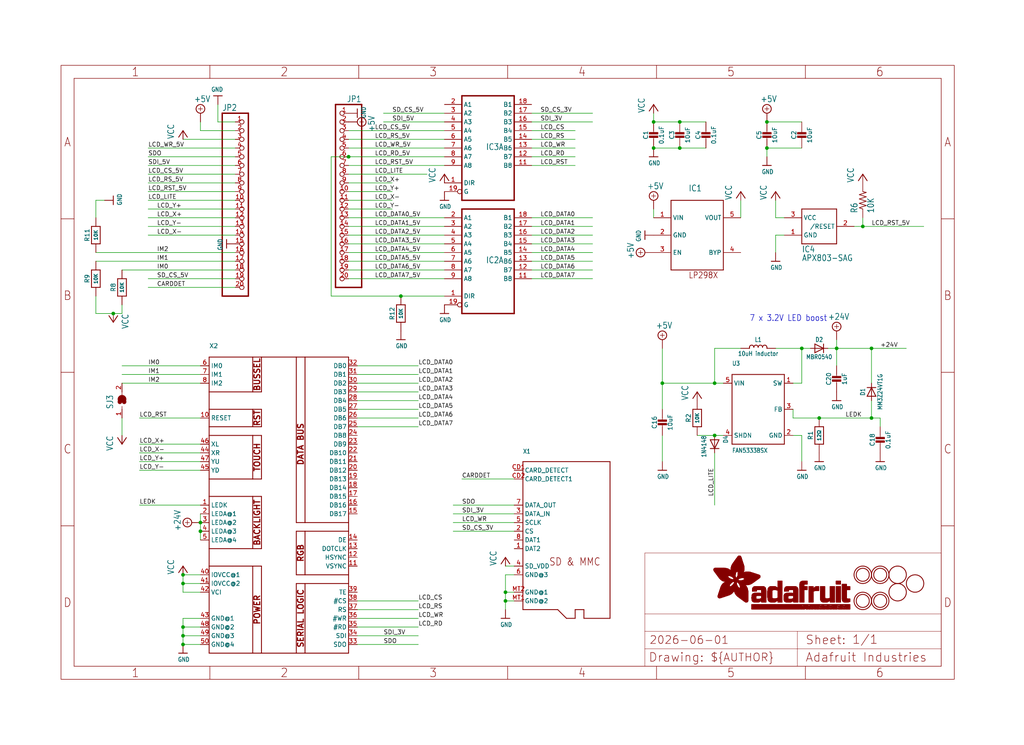
<source format=kicad_sch>
(kicad_sch (version 20230121) (generator eeschema)
  (paper "User" 298.45 217.322)
  (lib_symbols
    (symbol "working-eagle-import:+24V" (power)
      (property "Value" "+24V" (at -2.54 3.175 0))
      (symbol "+24V_1_0"
        (pin power_in line (at 0 -2.54 90) (length 2.54) (name "+24V") (number "1"))
      )
    )
    (symbol "working-eagle-import:+5V" (power)
      (property "Value" "+5V" (at -1.905 3.175 0))
      (symbol "+5V_1_0"
        (pin power_in line (at 0 -2.54 90) (length 2.54) (name "+5V") (number "1"))
      )
    )
    (symbol "working-eagle-import:74245DW"
      (property "Reference" "IC" (at -0.635 -0.635 0))
      (symbol "74245DW_1_0"
        (pin input line (at -12.7 -10.16 0) (length 5.08) (name "DIR") (number "1"))
        (pin bidirectional line (at 12.7 -5.08 180) (length 5.08) (name "B8") (number "11"))
        (pin bidirectional line (at 12.7 -2.54 180) (length 5.08) (name "B7") (number "12"))
        (pin bidirectional line (at 12.7 0 180) (length 5.08) (name "B6") (number "13"))
        (pin bidirectional line (at 12.7 2.54 180) (length 5.08) (name "B5") (number "14"))
        (pin bidirectional line (at 12.7 5.08 180) (length 5.08) (name "B4") (number "15"))
        (pin bidirectional line (at 12.7 7.62 180) (length 5.08) (name "B3") (number "16"))
        (pin bidirectional line (at 12.7 10.16 180) (length 5.08) (name "B2") (number "17"))
        (pin bidirectional line (at 12.7 12.7 180) (length 5.08) (name "B1") (number "18"))
        (pin input inverted (at -12.7 -12.7 0) (length 5.08) (name "G") (number "19"))
        (pin bidirectional line (at -12.7 12.7 0) (length 5.08) (name "A1") (number "2"))
        (pin bidirectional line (at -12.7 10.16 0) (length 5.08) (name "A2") (number "3"))
        (pin bidirectional line (at -12.7 7.62 0) (length 5.08) (name "A3") (number "4"))
        (pin bidirectional line (at -12.7 5.08 0) (length 5.08) (name "A4") (number "5"))
        (pin bidirectional line (at -12.7 2.54 0) (length 5.08) (name "A5") (number "6"))
        (pin bidirectional line (at -12.7 0 0) (length 5.08) (name "A6") (number "7"))
        (pin bidirectional line (at -12.7 -2.54 0) (length 5.08) (name "A7") (number "8"))
        (pin bidirectional line (at -12.7 -5.08 0) (length 5.08) (name "A8") (number "9"))
      )
      (symbol "74245DW_2_0"
        (text "GND" (at 1.905 -5.842 900) (effects (font (size 1.27 1.0795)) (justify left bottom)))
        (text "VCC" (at 1.905 2.54 900) (effects (font (size 1.27 1.0795)) (justify left bottom)))
        (pin power_in line (at 0 -7.62 90) (length 5.08) (name "GND") (number "10"))
        (pin power_in line (at 0 7.62 270) (length 5.08) (name "VCC") (number "20"))
      )
    )
    (symbol "working-eagle-import:AXP083-SAG"
      (property "Reference" "IC" (at -5.08 -7.62 0))
      (symbol "AXP083-SAG_1_0"
        (pin power_in line (at -10.16 -2.54 0) (length 5.08) (name "GND") (number "1"))
        (pin output line (at 10.16 0 180) (length 5.08) (name "/RESET") (number "2"))
        (pin power_in line (at -10.16 2.54 0) (length 5.08) (name "VCC") (number "3"))
      )
    )
    (symbol "working-eagle-import:CAP_CERAMIC0805-NOOUTLINE"
      (property "Reference" "C" (at -2.29 1.25 90))
      (symbol "CAP_CERAMIC0805-NOOUTLINE_1_0"
        (pin passive line (at 0 5.08 270) (length 2.54) (name "1") (number "1"))
        (pin passive line (at 0 -2.54 90) (length 2.54) (name "2") (number "2"))
      )
    )
    (symbol "working-eagle-import:CAP_CERAMIC_0805MP"
      (property "Reference" "C" (at -2.29 1.25 90))
      (symbol "CAP_CERAMIC_0805MP_1_0"
        (pin passive line (at 0 5.08 270) (length 2.54) (name "1") (number "1"))
        (pin passive line (at 0 -2.54 90) (length 2.54) (name "2") (number "2"))
      )
    )
    (symbol "working-eagle-import:DIODESMA"
      (property "Reference" "D" (at 0 2.54 0))
      (symbol "DIODESMA_1_0"
        (pin passive line (at -2.54 0 0) (length 2.54) (name "A") (number "A"))
        (pin passive line (at 2.54 0 180) (length 2.54) (name "C") (number "C"))
      )
    )
    (symbol "working-eagle-import:DIODESOD-123"
      (property "Reference" "D" (at 0 2.54 0))
      (symbol "DIODESOD-123_1_0"
        (pin passive line (at -2.54 0 0) (length 2.54) (name "A") (number "A"))
        (pin passive line (at 2.54 0 180) (length 2.54) (name "C") (number "C"))
      )
    )
    (symbol "working-eagle-import:DIODESOD-323F"
      (property "Reference" "D" (at -2.54 2.54 0))
      (symbol "DIODESOD-323F_1_0"
        (pin passive line (at -2.54 0 0) (length 2.54) (name "A") (number "A"))
        (pin passive line (at 2.54 0 180) (length 2.54) (name "C") (number "C"))
      )
    )
    (symbol "working-eagle-import:DISP_LCD_3.5IN_320X480_50PIN"
      (property "Reference" "X" (at -20.32 43.18 0))
      (symbol "DISP_LCD_3.5IN_320X480_50PIN_1_0"
        (text "BACKLIGHT" (at -6.35 -7.62 900) (effects (font (size 1.6764 1.6764) (thickness 0.3353) bold)))
        (text "BUSSEL" (at -6.35 35.56 900) (effects (font (size 1.6764 1.6764) (thickness 0.3353) bold)))
        (text "DATA BUS" (at 6.35 15.24 900) (effects (font (size 1.6764 1.6764) (thickness 0.3353) bold)))
        (text "POWER" (at -6.35 -33.02 900) (effects (font (size 1.6764 1.6764) (thickness 0.3353) bold)))
        (text "RGB" (at 6.35 -16.51 900) (effects (font (size 1.6764 1.6764) (thickness 0.3353) bold)))
        (text "RST" (at -6.35 22.86 900) (effects (font (size 1.6764 1.6764) (thickness 0.3353) bold)))
        (text "SERIAL LOGIC" (at 6.35 -35.56 900) (effects (font (size 1.6764 1.6764) (thickness 0.3353) bold)))
        (text "TOUCH" (at -6.35 11.43 900) (effects (font (size 1.6764 1.6764) (thickness 0.3353) bold)))
        (pin bidirectional line (at -22.86 -2.54 0) (length 2.54) (name "LEDK") (number "1"))
        (pin bidirectional line (at -22.86 22.86 0) (length 2.54) (name "RESET") (number "10"))
        (pin bidirectional line (at 22.86 -20.32 180) (length 2.54) (name "VSYNC") (number "11"))
        (pin bidirectional line (at 22.86 -17.78 180) (length 2.54) (name "HSYNC") (number "12"))
        (pin bidirectional line (at 22.86 -15.24 180) (length 2.54) (name "DOTCLK") (number "13"))
        (pin bidirectional line (at 22.86 -12.7 180) (length 2.54) (name "DE") (number "14"))
        (pin bidirectional line (at 22.86 -5.08 180) (length 2.54) (name "DB17") (number "15"))
        (pin bidirectional line (at 22.86 -2.54 180) (length 2.54) (name "DB16") (number "16"))
        (pin bidirectional line (at 22.86 0 180) (length 2.54) (name "DB15") (number "17"))
        (pin bidirectional line (at 22.86 2.54 180) (length 2.54) (name "DB14") (number "18"))
        (pin bidirectional line (at 22.86 5.08 180) (length 2.54) (name "DB13") (number "19"))
        (pin bidirectional line (at -22.86 -5.08 0) (length 2.54) (name "LEDA@1") (number "2"))
        (pin bidirectional line (at 22.86 7.62 180) (length 2.54) (name "DB12") (number "20"))
        (pin bidirectional line (at 22.86 10.16 180) (length 2.54) (name "DB11") (number "21"))
        (pin bidirectional line (at 22.86 12.7 180) (length 2.54) (name "DB10") (number "22"))
        (pin bidirectional line (at 22.86 15.24 180) (length 2.54) (name "DB9") (number "23"))
        (pin bidirectional line (at 22.86 17.78 180) (length 2.54) (name "DB8") (number "24"))
        (pin bidirectional line (at 22.86 20.32 180) (length 2.54) (name "DB7") (number "25"))
        (pin bidirectional line (at 22.86 22.86 180) (length 2.54) (name "DB6") (number "26"))
        (pin bidirectional line (at 22.86 25.4 180) (length 2.54) (name "DB5") (number "27"))
        (pin bidirectional line (at 22.86 27.94 180) (length 2.54) (name "DB4") (number "28"))
        (pin bidirectional line (at 22.86 30.48 180) (length 2.54) (name "DB3") (number "29"))
        (pin bidirectional line (at -22.86 -7.62 0) (length 2.54) (name "LEDA@2") (number "3"))
        (pin bidirectional line (at 22.86 33.02 180) (length 2.54) (name "DB2") (number "30"))
        (pin bidirectional line (at 22.86 35.56 180) (length 2.54) (name "DB1") (number "31"))
        (pin bidirectional line (at 22.86 38.1 180) (length 2.54) (name "DB0") (number "32"))
        (pin bidirectional line (at 22.86 -43.18 180) (length 2.54) (name "SDO") (number "33"))
        (pin bidirectional line (at 22.86 -40.64 180) (length 2.54) (name "SDI") (number "34"))
        (pin bidirectional line (at 22.86 -38.1 180) (length 2.54) (name "#RD") (number "35"))
        (pin bidirectional line (at 22.86 -35.56 180) (length 2.54) (name "#WR") (number "36"))
        (pin bidirectional line (at 22.86 -33.02 180) (length 2.54) (name "RS") (number "37"))
        (pin bidirectional line (at 22.86 -30.48 180) (length 2.54) (name "#CS") (number "38"))
        (pin bidirectional line (at 22.86 -27.94 180) (length 2.54) (name "TE") (number "39"))
        (pin bidirectional line (at -22.86 -10.16 0) (length 2.54) (name "LEDA@3") (number "4"))
        (pin bidirectional line (at -22.86 -22.86 0) (length 2.54) (name "IOVCC@1") (number "40"))
        (pin bidirectional line (at -22.86 -25.4 0) (length 2.54) (name "IOVCC@2") (number "41"))
        (pin bidirectional line (at -22.86 -27.94 0) (length 2.54) (name "VCI") (number "42"))
        (pin bidirectional line (at -22.86 -35.56 0) (length 2.54) (name "GND@1") (number "43"))
        (pin bidirectional line (at -22.86 12.7 0) (length 2.54) (name "XR") (number "44"))
        (pin bidirectional line (at -22.86 7.62 0) (length 2.54) (name "YD") (number "45"))
        (pin bidirectional line (at -22.86 15.24 0) (length 2.54) (name "XL") (number "46"))
        (pin bidirectional line (at -22.86 10.16 0) (length 2.54) (name "YU") (number "47"))
        (pin bidirectional line (at -22.86 -38.1 0) (length 2.54) (name "GND@2") (number "48"))
        (pin bidirectional line (at -22.86 -40.64 0) (length 2.54) (name "GND@3") (number "49"))
        (pin bidirectional line (at -22.86 -12.7 0) (length 2.54) (name "LEDA@4") (number "5"))
        (pin bidirectional line (at -22.86 -43.18 0) (length 2.54) (name "GND@4") (number "50"))
        (pin bidirectional line (at -22.86 38.1 0) (length 2.54) (name "IM0") (number "6"))
        (pin bidirectional line (at -22.86 35.56 0) (length 2.54) (name "IM1") (number "7"))
        (pin bidirectional line (at -22.86 33.02 0) (length 2.54) (name "IM2") (number "8"))
      )
    )
    (symbol "working-eagle-import:FAN5331"
      (property "Reference" "U" (at -7.62 12.7 0))
      (symbol "FAN5331_1_0"
        (pin bidirectional line (at 10.16 7.62 180) (length 2.54) (name "SW") (number "1"))
        (pin bidirectional line (at 10.16 -7.62 180) (length 2.54) (name "GND") (number "2"))
        (pin bidirectional line (at 10.16 0 180) (length 2.54) (name "FB") (number "3"))
        (pin bidirectional line (at -10.16 -7.62 0) (length 2.54) (name "SHDN") (number "4"))
        (pin bidirectional line (at -10.16 7.62 0) (length 2.54) (name "VIN") (number "5"))
      )
    )
    (symbol "working-eagle-import:FIDUCIAL")
    (symbol "working-eagle-import:FRAME_A4_ADAFRUIT"
      (symbol "FRAME_A4_ADAFRUIT_1_0"
        (text "${#}/${##}" (at 230.505 10.16 0) (effects (font (size 2.54 2.54)) (justify left bottom)))
        (text "${AUTHOR}" (at 189.23 5.08 0) (effects (font (size 2.286 2.286)) (justify left bottom)))
        (text "${CURRENT_DATE}" (at 171.45 10.16 0) (effects (font (size 2.286 2.286)) (justify left bottom)))
        (text "${PROJECTNAME}" (at 171.45 15.24 0) (effects (font (size 2.54 2.54)) (justify left bottom)))
        (text "1" (at 21.6958 1.905 0) (effects (font (size 2.54 2.286))))
        (text "1" (at 21.6958 177.165 0) (effects (font (size 2.54 2.286))))
        (text "2" (at 65.0875 1.905 0) (effects (font (size 2.54 2.286))))
        (text "2" (at 65.0875 177.165 0) (effects (font (size 2.54 2.286))))
        (text "3" (at 108.4792 1.905 0) (effects (font (size 2.54 2.286))))
        (text "3" (at 108.4792 177.165 0) (effects (font (size 2.54 2.286))))
        (text "4" (at 151.8708 1.905 0) (effects (font (size 2.54 2.286))))
        (text "4" (at 151.8708 177.165 0) (effects (font (size 2.54 2.286))))
        (text "5" (at 195.2625 1.905 0) (effects (font (size 2.54 2.286))))
        (text "5" (at 195.2625 177.165 0) (effects (font (size 2.54 2.286))))
        (text "6" (at 238.6542 1.905 0) (effects (font (size 2.54 2.286))))
        (text "6" (at 238.6542 177.165 0) (effects (font (size 2.54 2.286))))
        (text "A" (at 1.905 156.6863 0) (effects (font (size 2.54 2.286))))
        (text "A" (at 258.445 156.6863 0) (effects (font (size 2.54 2.286))))
        (text "Adafruit Industries" (at 216.916 4.953 0) (effects (font (size 2.54 2.54)) (justify left bottom)))
        (text "B" (at 1.905 111.9188 0) (effects (font (size 2.54 2.286))))
        (text "B" (at 258.445 111.9188 0) (effects (font (size 2.54 2.286))))
        (text "C" (at 1.905 67.1513 0) (effects (font (size 2.54 2.286))))
        (text "C" (at 258.445 67.1513 0) (effects (font (size 2.54 2.286))))
        (text "D" (at 1.905 22.3838 0) (effects (font (size 2.54 2.286))))
        (text "D" (at 258.445 22.3838 0) (effects (font (size 2.54 2.286))))
        (text "Drawing:" (at 171.196 4.953 0) (effects (font (size 2.54 2.54)) (justify left bottom)))
        (text "Sheet:" (at 216.916 10.033 0) (effects (font (size 2.54 2.54)) (justify left bottom)))
      )
    )
    (symbol "working-eagle-import:GND" (power)
      (property "Value" "GND" (at -1.524 -2.54 0))
      (symbol "GND_1_0"
        (pin power_in line (at 0 2.54 270) (length 2.54) (name "GND") (number "1"))
      )
    )
    (symbol "working-eagle-import:HEADER-1X20ROUND"
      (property "Reference" "JP" (at -6.35 26.035 0))
      (symbol "HEADER-1X20ROUND_1_0"
        (pin passive inverted (at -2.54 22.86 0) (length 2.54) (name "1") (number "1"))
        (pin passive inverted (at -2.54 0 0) (length 2.54) (name "10") (number "10"))
        (pin passive inverted (at -2.54 -2.54 0) (length 2.54) (name "11") (number "11"))
        (pin passive inverted (at -2.54 -5.08 0) (length 2.54) (name "12") (number "12"))
        (pin passive inverted (at -2.54 -7.62 0) (length 2.54) (name "13") (number "13"))
        (pin passive inverted (at -2.54 -10.16 0) (length 2.54) (name "14") (number "14"))
        (pin passive inverted (at -2.54 -12.7 0) (length 2.54) (name "15") (number "15"))
        (pin passive inverted (at -2.54 -15.24 0) (length 2.54) (name "16") (number "16"))
        (pin passive inverted (at -2.54 -17.78 0) (length 2.54) (name "17") (number "17"))
        (pin passive inverted (at -2.54 -20.32 0) (length 2.54) (name "18") (number "18"))
        (pin passive inverted (at -2.54 -22.86 0) (length 2.54) (name "19") (number "19"))
        (pin passive inverted (at -2.54 20.32 0) (length 2.54) (name "2") (number "2"))
        (pin passive inverted (at -2.54 -25.4 0) (length 2.54) (name "20") (number "20"))
        (pin passive inverted (at -2.54 17.78 0) (length 2.54) (name "3") (number "3"))
        (pin passive inverted (at -2.54 15.24 0) (length 2.54) (name "4") (number "4"))
        (pin passive inverted (at -2.54 12.7 0) (length 2.54) (name "5") (number "5"))
        (pin passive inverted (at -2.54 10.16 0) (length 2.54) (name "6") (number "6"))
        (pin passive inverted (at -2.54 7.62 0) (length 2.54) (name "7") (number "7"))
        (pin passive inverted (at -2.54 5.08 0) (length 2.54) (name "8") (number "8"))
        (pin passive inverted (at -2.54 2.54 0) (length 2.54) (name "9") (number "9"))
      )
    )
    (symbol "working-eagle-import:INDUCTORNR5040"
      (property "Reference" "L" (at 0 2.54 0))
      (symbol "INDUCTORNR5040_1_0"
        (pin passive line (at -5.08 0 0) (length 2.54) (name "1") (number "P$1"))
        (pin passive line (at 5.08 0 180) (length 2.54) (name "2") (number "P$2"))
      )
    )
    (symbol "working-eagle-import:LP298XS"
      (property "Reference" "IC" (at -12.7 -5.08 90))
      (symbol "LP298XS_1_0"
        (text "LP298X" (at 12.7 -5.08 900) (effects (font (size 1.778 1.5113)) (justify left bottom)))
        (pin bidirectional line (at -5.08 -15.24 90) (length 5.08) (name "VIN") (number "1"))
        (pin bidirectional line (at 0 -15.24 90) (length 5.08) (name "GND") (number "2"))
        (pin bidirectional line (at 5.08 -15.24 90) (length 5.08) (name "EN") (number "3"))
        (pin bidirectional line (at 5.08 10.16 270) (length 5.08) (name "BYP") (number "4"))
        (pin bidirectional line (at -5.08 10.16 270) (length 5.08) (name "VOUT") (number "5"))
      )
    )
    (symbol "working-eagle-import:MICROSD"
      (property "Reference" "X" (at -12.7 22.606 0))
      (symbol "MICROSD_1_0"
        (text "SD & MMC" (at -5.08 -10.16 0) (effects (font (size 2.1844 1.8567)) (justify left bottom)))
        (pin bidirectional line (at -15.24 -5.08 0) (length 2.54) (name "DAT2") (number "1"))
        (pin input line (at -15.24 0 0) (length 2.54) (name "CS") (number "2"))
        (pin input line (at -15.24 5.08 0) (length 2.54) (name "DATA_IN") (number "3"))
        (pin power_in line (at -15.24 -10.16 0) (length 2.54) (name "SD_VDD") (number "4"))
        (pin input line (at -15.24 2.54 0) (length 2.54) (name "SCLK") (number "5"))
        (pin power_in line (at -15.24 -12.7 0) (length 2.54) (name "GND@3") (number "6"))
        (pin output line (at -15.24 7.62 0) (length 2.54) (name "DATA_OUT") (number "7"))
        (pin bidirectional line (at -15.24 -2.54 0) (length 2.54) (name "DAT1") (number "8"))
        (pin passive line (at -15.24 17.78 0) (length 2.54) (name "CARD_DETECT") (number "CD1"))
        (pin passive line (at -15.24 15.24 0) (length 2.54) (name "CARD_DETECT1") (number "CD2"))
        (pin power_in line (at -15.24 -20.32 0) (length 2.54) (name "GND@2") (number "MT1"))
        (pin power_in line (at -15.24 -17.78 0) (length 2.54) (name "GND@1") (number "MT2"))
      )
    )
    (symbol "working-eagle-import:MOUNTINGHOLE3.0THIN")
    (symbol "working-eagle-import:R-US_R0805"
      (property "Reference" "R" (at -3.81 1.4986 0))
      (symbol "R-US_R0805_1_0"
        (pin passive line (at -5.08 0 0) (length 2.54) (name "1") (number "1"))
        (pin passive line (at 5.08 0 180) (length 2.54) (name "2") (number "2"))
      )
    )
    (symbol "working-eagle-import:RESISTOR0805_NOOUTLINE"
      (property "Reference" "R" (at 0 2.54 0))
      (symbol "RESISTOR0805_NOOUTLINE_1_0"
        (pin passive line (at -5.08 0 0) (length 2.54) (name "1") (number "1"))
        (pin passive line (at 5.08 0 180) (length 2.54) (name "2") (number "2"))
      )
    )
    (symbol "working-eagle-import:RESISTOR_0805MP"
      (property "Reference" "R" (at 0 2.54 0))
      (symbol "RESISTOR_0805MP_1_0"
        (pin passive line (at -5.08 0 0) (length 2.54) (name "1") (number "1"))
        (pin passive line (at 5.08 0 180) (length 2.54) (name "2") (number "2"))
      )
    )
    (symbol "working-eagle-import:SOLDERJUMPER"
      (property "Reference" "SJ" (at -2.54 2.54 0))
      (symbol "SOLDERJUMPER_1_0"
        (pin passive line (at -5.08 0 0) (length 2.54) (name "1") (number "1"))
        (pin passive line (at 5.08 0 180) (length 2.54) (name "2") (number "2"))
      )
    )
    (symbol "working-eagle-import:VCC" (power)
      (property "Value" "VCC" (at -2.54 -2.54 90))
      (symbol "VCC_1_0"
        (pin power_in line (at 0 -2.54 90) (length 2.54) (name "VCC") (number "1"))
      )
    )
  )
  (junction (at 101.6 45.72))
  (junction (at 254 101.6))
  (junction (at 223.52 35.56))
  (junction (at 198.12 43.18))
  (junction (at 193.04 111.76))
  (junction (at 147.32 172.72))
  (junction (at 33.02 91.44))
  (junction (at 190.5 43.18))
  (junction (at 243.84 101.6))
  (junction (at 251.46 66.04))
  (junction (at 198.12 35.56))
  (junction (at 238.76 121.92))
  (junction (at 208.28 127))
  (junction (at 53.34 170.18))
  (junction (at 53.34 187.96))
  (junction (at 254 121.92))
  (junction (at 208.28 111.76))
  (junction (at 53.34 185.42))
  (junction (at 53.34 167.64))
  (junction (at 147.32 175.26))
  (junction (at 53.34 182.88))
  (junction (at 233.68 101.6))
  (junction (at 116.84 86.36))
  (junction (at 190.5 35.56))
  (junction (at 58.42 152.4))
  (junction (at 223.52 43.18))
  (junction (at 58.42 154.94))
  (wire (pts (xy 53.34 167.64) (xy 53.34 170.18)) (stroke (width 0.1524)))
  (wire (pts (xy 63.5 35.56) (xy 63.5 30.48)) (stroke (width 0.1524)))
  (wire (pts (xy 193.04 111.76) (xy 193.04 119.38)) (stroke (width 0.1524)))
  (wire (pts (xy 256.54 121.92) (xy 256.54 124.46)) (stroke (width 0.1524)))
  (wire (pts (xy 243.84 106.68) (xy 243.84 101.6)) (stroke (width 0.1524)))
  (wire (pts (xy 149.86 165.1) (xy 147.32 165.1)) (stroke (width 0.1524)))
  (wire (pts (xy 149.86 139.7) (xy 134.62 139.7)) (stroke (width 0.1524)))
  (wire (pts (xy 226.06 68.58) (xy 228.6 68.58)) (stroke (width 0.1524)))
  (wire (pts (xy 226.06 101.6) (xy 233.68 101.6)) (stroke (width 0.1524)))
  (wire (pts (xy 68.58 60.96) (xy 43.18 60.96)) (stroke (width 0.1524)))
  (wire (pts (xy 68.58 63.5) (xy 43.18 63.5)) (stroke (width 0.1524)))
  (wire (pts (xy 154.94 33.02) (xy 172.72 33.02)) (stroke (width 0.1524)))
  (wire (pts (xy 193.04 111.76) (xy 193.04 101.6)) (stroke (width 0.1524)))
  (wire (pts (xy 101.6 45.72) (xy 96.52 45.72)) (stroke (width 0.1524)))
  (wire (pts (xy 53.34 182.88) (xy 53.34 185.42)) (stroke (width 0.1524)))
  (wire (pts (xy 198.12 35.56) (xy 190.5 35.56)) (stroke (width 0.1524)))
  (wire (pts (xy 58.42 182.88) (xy 53.34 182.88)) (stroke (width 0.1524)))
  (wire (pts (xy 154.94 48.26) (xy 167.64 48.26)) (stroke (width 0.1524)))
  (wire (pts (xy 243.84 99.06) (xy 243.84 101.6)) (stroke (width 0.1524)))
  (wire (pts (xy 172.72 63.5) (xy 154.94 63.5)) (stroke (width 0.1524)))
  (wire (pts (xy 104.14 121.92) (xy 121.92 121.92)) (stroke (width 0.1524)))
  (wire (pts (xy 154.94 38.1) (xy 167.64 38.1)) (stroke (width 0.1524)))
  (wire (pts (xy 172.72 76.2) (xy 154.94 76.2)) (stroke (width 0.1524)))
  (wire (pts (xy 104.14 180.34) (xy 121.92 180.34)) (stroke (width 0.1524)))
  (wire (pts (xy 58.42 106.68) (xy 35.56 106.68)) (stroke (width 0.1524)))
  (wire (pts (xy 210.82 111.76) (xy 208.28 111.76)) (stroke (width 0.1524)))
  (wire (pts (xy 101.6 60.96) (xy 114.3 60.96)) (stroke (width 0.1524)))
  (wire (pts (xy 208.28 111.76) (xy 208.28 101.6)) (stroke (width 0.1524)))
  (wire (pts (xy 27.94 91.44) (xy 33.02 91.44)) (stroke (width 0.1524)))
  (wire (pts (xy 254 111.76) (xy 254 101.6)) (stroke (width 0.1524)))
  (wire (pts (xy 248.92 66.04) (xy 251.46 66.04)) (stroke (width 0.1524)))
  (wire (pts (xy 53.34 180.34) (xy 53.34 182.88)) (stroke (width 0.1524)))
  (wire (pts (xy 149.86 149.86) (xy 132.08 149.86)) (stroke (width 0.1524)))
  (wire (pts (xy 27.94 76.2) (xy 68.58 76.2)) (stroke (width 0.1524)))
  (wire (pts (xy 231.14 127) (xy 233.68 127)) (stroke (width 0.1524)))
  (wire (pts (xy 101.6 45.72) (xy 129.54 45.72)) (stroke (width 0.1524)))
  (wire (pts (xy 68.58 83.82) (xy 43.18 83.82)) (stroke (width 0.1524)))
  (wire (pts (xy 190.5 33.02) (xy 190.5 35.56)) (stroke (width 0.1524)))
  (wire (pts (xy 129.54 35.56) (xy 111.76 35.56)) (stroke (width 0.1524)))
  (wire (pts (xy 35.56 91.44) (xy 35.56 88.9)) (stroke (width 0.1524)))
  (wire (pts (xy 233.68 111.76) (xy 231.14 111.76)) (stroke (width 0.1524)))
  (wire (pts (xy 104.14 111.76) (xy 121.92 111.76)) (stroke (width 0.1524)))
  (wire (pts (xy 223.52 35.56) (xy 233.68 35.56)) (stroke (width 0.1524)))
  (wire (pts (xy 58.42 172.72) (xy 53.34 172.72)) (stroke (width 0.1524)))
  (wire (pts (xy 172.72 73.66) (xy 154.94 73.66)) (stroke (width 0.1524)))
  (wire (pts (xy 147.32 172.72) (xy 149.86 172.72)) (stroke (width 0.1524)))
  (wire (pts (xy 147.32 175.26) (xy 147.32 172.72)) (stroke (width 0.1524)))
  (wire (pts (xy 96.52 86.36) (xy 96.52 45.72)) (stroke (width 0.1524)))
  (wire (pts (xy 154.94 35.56) (xy 172.72 35.56)) (stroke (width 0.1524)))
  (wire (pts (xy 198.12 35.56) (xy 205.74 35.56)) (stroke (width 0.1524)))
  (wire (pts (xy 101.6 58.42) (xy 114.3 58.42)) (stroke (width 0.1524)))
  (wire (pts (xy 238.76 121.92) (xy 254 121.92)) (stroke (width 0.1524)))
  (wire (pts (xy 53.34 187.96) (xy 58.42 187.96)) (stroke (width 0.1524)))
  (wire (pts (xy 104.14 124.46) (xy 121.92 124.46)) (stroke (width 0.1524)))
  (wire (pts (xy 233.68 101.6) (xy 236.22 101.6)) (stroke (width 0.1524)))
  (wire (pts (xy 101.6 53.34) (xy 114.3 53.34)) (stroke (width 0.1524)))
  (wire (pts (xy 129.54 81.28) (xy 101.6 81.28)) (stroke (width 0.1524)))
  (wire (pts (xy 254 116.84) (xy 254 121.92)) (stroke (width 0.1524)))
  (wire (pts (xy 104.14 114.3) (xy 121.92 114.3)) (stroke (width 0.1524)))
  (wire (pts (xy 58.42 111.76) (xy 35.56 111.76)) (stroke (width 0.1524)))
  (wire (pts (xy 147.32 175.26) (xy 147.32 177.8)) (stroke (width 0.1524)))
  (wire (pts (xy 132.08 147.32) (xy 149.86 147.32)) (stroke (width 0.1524)))
  (wire (pts (xy 68.58 35.56) (xy 63.5 35.56)) (stroke (width 0.1524)))
  (wire (pts (xy 116.84 86.36) (xy 96.52 86.36)) (stroke (width 0.1524)))
  (wire (pts (xy 101.6 50.8) (xy 124.46 50.8)) (stroke (width 0.1524)))
  (wire (pts (xy 129.54 71.12) (xy 101.6 71.12)) (stroke (width 0.1524)))
  (wire (pts (xy 27.94 58.42) (xy 27.94 63.5)) (stroke (width 0.1524)))
  (wire (pts (xy 223.52 43.18) (xy 233.68 43.18)) (stroke (width 0.1524)))
  (wire (pts (xy 104.14 106.68) (xy 121.92 106.68)) (stroke (width 0.1524)))
  (wire (pts (xy 104.14 177.8) (xy 121.92 177.8)) (stroke (width 0.1524)))
  (wire (pts (xy 104.14 182.88) (xy 121.92 182.88)) (stroke (width 0.1524)))
  (wire (pts (xy 30.48 58.42) (xy 27.94 58.42)) (stroke (width 0.1524)))
  (wire (pts (xy 27.94 86.36) (xy 27.94 91.44)) (stroke (width 0.1524)))
  (wire (pts (xy 233.68 127) (xy 233.68 134.62)) (stroke (width 0.1524)))
  (wire (pts (xy 68.58 66.04) (xy 43.18 66.04)) (stroke (width 0.1524)))
  (wire (pts (xy 129.54 68.58) (xy 101.6 68.58)) (stroke (width 0.1524)))
  (wire (pts (xy 68.58 78.74) (xy 35.56 78.74)) (stroke (width 0.1524)))
  (wire (pts (xy 68.58 53.34) (xy 43.18 53.34)) (stroke (width 0.1524)))
  (wire (pts (xy 223.52 45.72) (xy 223.52 43.18)) (stroke (width 0.1524)))
  (wire (pts (xy 172.72 78.74) (xy 154.94 78.74)) (stroke (width 0.1524)))
  (wire (pts (xy 27.94 73.66) (xy 68.58 73.66)) (stroke (width 0.1524)))
  (wire (pts (xy 33.02 91.44) (xy 35.56 91.44)) (stroke (width 0.1524)))
  (wire (pts (xy 154.94 45.72) (xy 167.64 45.72)) (stroke (width 0.1524)))
  (wire (pts (xy 40.64 121.92) (xy 58.42 121.92)) (stroke (width 0.1524)))
  (wire (pts (xy 43.18 55.88) (xy 68.58 55.88)) (stroke (width 0.1524)))
  (wire (pts (xy 243.84 101.6) (xy 254 101.6)) (stroke (width 0.1524)))
  (wire (pts (xy 208.28 132.08) (xy 208.28 147.32)) (stroke (width 0.1524)))
  (wire (pts (xy 208.28 101.6) (xy 215.9 101.6)) (stroke (width 0.1524)))
  (wire (pts (xy 129.54 66.04) (xy 101.6 66.04)) (stroke (width 0.1524)))
  (wire (pts (xy 53.34 172.72) (xy 53.34 170.18)) (stroke (width 0.1524)))
  (wire (pts (xy 233.68 101.6) (xy 233.68 111.76)) (stroke (width 0.1524)))
  (wire (pts (xy 68.58 43.18) (xy 43.18 43.18)) (stroke (width 0.1524)))
  (wire (pts (xy 111.76 33.02) (xy 129.54 33.02)) (stroke (width 0.1524)))
  (wire (pts (xy 149.86 167.64) (xy 147.32 167.64)) (stroke (width 0.1524)))
  (wire (pts (xy 205.74 43.18) (xy 198.12 43.18)) (stroke (width 0.1524)))
  (wire (pts (xy 129.54 76.2) (xy 101.6 76.2)) (stroke (width 0.1524)))
  (wire (pts (xy 251.46 66.04) (xy 269.24 66.04)) (stroke (width 0.1524)))
  (wire (pts (xy 43.18 50.8) (xy 68.58 50.8)) (stroke (width 0.1524)))
  (wire (pts (xy 172.72 66.04) (xy 154.94 66.04)) (stroke (width 0.1524)))
  (wire (pts (xy 101.6 48.26) (xy 129.54 48.26)) (stroke (width 0.1524)))
  (wire (pts (xy 101.6 43.18) (xy 129.54 43.18)) (stroke (width 0.1524)))
  (wire (pts (xy 104.14 187.96) (xy 121.92 187.96)) (stroke (width 0.1524)))
  (wire (pts (xy 58.42 152.4) (xy 58.42 154.94)) (stroke (width 0.1524)))
  (wire (pts (xy 58.42 180.34) (xy 53.34 180.34)) (stroke (width 0.1524)))
  (wire (pts (xy 104.14 119.38) (xy 121.92 119.38)) (stroke (width 0.1524)))
  (wire (pts (xy 101.6 55.88) (xy 114.3 55.88)) (stroke (width 0.1524)))
  (wire (pts (xy 226.06 63.5) (xy 226.06 58.42)) (stroke (width 0.1524)))
  (wire (pts (xy 58.42 38.1) (xy 58.42 35.56)) (stroke (width 0.1524)))
  (wire (pts (xy 251.46 63.5) (xy 251.46 66.04)) (stroke (width 0.1524)))
  (wire (pts (xy 129.54 63.5) (xy 101.6 63.5)) (stroke (width 0.1524)))
  (wire (pts (xy 58.42 132.08) (xy 40.64 132.08)) (stroke (width 0.1524)))
  (wire (pts (xy 147.32 167.64) (xy 147.32 172.72)) (stroke (width 0.1524)))
  (wire (pts (xy 231.14 119.38) (xy 231.14 121.92)) (stroke (width 0.1524)))
  (wire (pts (xy 104.14 109.22) (xy 121.92 109.22)) (stroke (width 0.1524)))
  (wire (pts (xy 104.14 175.26) (xy 121.92 175.26)) (stroke (width 0.1524)))
  (wire (pts (xy 35.56 127) (xy 35.56 121.92)) (stroke (width 0.1524)))
  (wire (pts (xy 172.72 68.58) (xy 154.94 68.58)) (stroke (width 0.1524)))
  (wire (pts (xy 254 101.6) (xy 264.16 101.6)) (stroke (width 0.1524)))
  (wire (pts (xy 68.58 58.42) (xy 43.18 58.42)) (stroke (width 0.1524)))
  (wire (pts (xy 58.42 167.64) (xy 53.34 167.64)) (stroke (width 0.1524)))
  (wire (pts (xy 241.3 101.6) (xy 243.84 101.6)) (stroke (width 0.1524)))
  (wire (pts (xy 226.06 73.66) (xy 226.06 68.58)) (stroke (width 0.1524)))
  (wire (pts (xy 154.94 43.18) (xy 167.64 43.18)) (stroke (width 0.1524)))
  (wire (pts (xy 132.08 154.94) (xy 149.86 154.94)) (stroke (width 0.1524)))
  (wire (pts (xy 104.14 116.84) (xy 121.92 116.84)) (stroke (width 0.1524)))
  (wire (pts (xy 129.54 73.66) (xy 101.6 73.66)) (stroke (width 0.1524)))
  (wire (pts (xy 254 121.92) (xy 256.54 121.92)) (stroke (width 0.1524)))
  (wire (pts (xy 215.9 58.42) (xy 215.9 63.5)) (stroke (width 0.1524)))
  (wire (pts (xy 149.86 152.4) (xy 132.08 152.4)) (stroke (width 0.1524)))
  (wire (pts (xy 58.42 129.54) (xy 40.64 129.54)) (stroke (width 0.1524)))
  (wire (pts (xy 193.04 127) (xy 193.04 134.62)) (stroke (width 0.1524)))
  (wire (pts (xy 53.34 170.18) (xy 58.42 170.18)) (stroke (width 0.1524)))
  (wire (pts (xy 43.18 81.28) (xy 68.58 81.28)) (stroke (width 0.1524)))
  (wire (pts (xy 129.54 86.36) (xy 116.84 86.36)) (stroke (width 0.1524)))
  (wire (pts (xy 101.6 40.64) (xy 129.54 40.64)) (stroke (width 0.1524)))
  (wire (pts (xy 172.72 81.28) (xy 154.94 81.28)) (stroke (width 0.1524)))
  (wire (pts (xy 68.58 68.58) (xy 43.18 68.58)) (stroke (width 0.1524)))
  (wire (pts (xy 68.58 38.1) (xy 58.42 38.1)) (stroke (width 0.1524)))
  (wire (pts (xy 208.28 127) (xy 203.2 127)) (stroke (width 0.1524)))
  (wire (pts (xy 58.42 137.16) (xy 40.64 137.16)) (stroke (width 0.1524)))
  (wire (pts (xy 172.72 71.12) (xy 154.94 71.12)) (stroke (width 0.1524)))
  (wire (pts (xy 129.54 78.74) (xy 101.6 78.74)) (stroke (width 0.1524)))
  (wire (pts (xy 58.42 149.86) (xy 58.42 152.4)) (stroke (width 0.1524)))
  (wire (pts (xy 149.86 175.26) (xy 147.32 175.26)) (stroke (width 0.1524)))
  (wire (pts (xy 58.42 154.94) (xy 58.42 157.48)) (stroke (width 0.1524)))
  (wire (pts (xy 58.42 134.62) (xy 40.64 134.62)) (stroke (width 0.1524)))
  (wire (pts (xy 68.58 48.26) (xy 43.18 48.26)) (stroke (width 0.1524)))
  (wire (pts (xy 53.34 185.42) (xy 58.42 185.42)) (stroke (width 0.1524)))
  (wire (pts (xy 35.56 109.22) (xy 58.42 109.22)) (stroke (width 0.1524)))
  (wire (pts (xy 53.34 40.64) (xy 68.58 40.64)) (stroke (width 0.1524)))
  (wire (pts (xy 231.14 121.92) (xy 238.76 121.92)) (stroke (width 0.1524)))
  (wire (pts (xy 208.28 111.76) (xy 193.04 111.76)) (stroke (width 0.1524)))
  (wire (pts (xy 53.34 185.42) (xy 53.34 187.96)) (stroke (width 0.1524)))
  (wire (pts (xy 190.5 60.96) (xy 190.5 63.5)) (stroke (width 0.1524)))
  (wire (pts (xy 210.82 127) (xy 208.28 127)) (stroke (width 0.1524)))
  (wire (pts (xy 190.5 43.18) (xy 198.12 43.18)) (stroke (width 0.1524)))
  (wire (pts (xy 228.6 63.5) (xy 226.06 63.5)) (stroke (width 0.1524)))
  (wire (pts (xy 104.14 185.42) (xy 121.92 185.42)) (stroke (width 0.1524)))
  (wire (pts (xy 101.6 38.1) (xy 129.54 38.1)) (stroke (width 0.1524)))
  (wire (pts (xy 154.94 40.64) (xy 167.64 40.64)) (stroke (width 0.1524)))
  (wire (pts (xy 58.42 147.32) (xy 40.64 147.32)) (stroke (width 0.1524)))
  (wire (pts (xy 43.18 45.72) (xy 68.58 45.72)) (stroke (width 0.1524)))
  (text "7 x 3.2V LED boost" (at 218.44 93.98 0) (effects (font (size 1.778 1.5113)) (justify left bottom)))
  (label "LCD_RST" (at 40.64 121.92 0) (effects (font (size 1.2446 1.2446))))
  (label "LCD_X+" (at 45.72 63.5 0) (effects (font (size 1.2446 1.2446))))
  (label "LCD_DATA3_5V" (at 109.22 71.12 0) (effects (font (size 1.2446 1.2446))))
  (label "LCD_DATA4" (at 157.48 73.66 0) (effects (font (size 1.2446 1.2446))))
  (label "SDO" (at 111.76 187.96 0) (effects (font (size 1.2446 1.2446))))
  (label "IM1" (at 45.72 76.2 0) (effects (font (size 1.2446 1.2446))))
  (label "LCD_CS_5V" (at 109.22 38.1 0) (effects (font (size 1.2446 1.2446))))
  (label "LCD_RST" (at 157.48 48.26 0) (effects (font (size 1.2446 1.2446))))
  (label "LCD_DATA5" (at 121.92 119.38 0) (effects (font (size 1.2446 1.2446))))
  (label "LEDK" (at 246.38 121.92 0) (effects (font (size 1.2446 1.2446))))
  (label "SDI_3V" (at 111.76 185.42 0) (effects (font (size 1.2446 1.2446))))
  (label "LCD_DATA0" (at 157.48 63.5 0) (effects (font (size 1.2446 1.2446))))
  (label "LCD_DATA3" (at 121.92 114.3 0) (effects (font (size 1.2446 1.2446))))
  (label "SDI_5V" (at 114.3 35.56 0) (effects (font (size 1.2446 1.2446))))
  (label "LCD_DATA4_5V" (at 109.22 73.66 0) (effects (font (size 1.2446 1.2446))))
  (label "LCD_Y-" (at 109.22 60.96 0) (effects (font (size 1.2446 1.2446))))
  (label "LCD_Y-" (at 40.64 137.16 0) (effects (font (size 1.2446 1.2446))))
  (label "LCD_DATA1" (at 121.92 109.22 0) (effects (font (size 1.2446 1.2446))))
  (label "IM2" (at 43.18 111.76 0) (effects (font (size 1.2446 1.2446))))
  (label "LCD_RST_5V" (at 109.22 48.26 0) (effects (font (size 1.2446 1.2446))))
  (label "IM2" (at 45.72 73.66 0) (effects (font (size 1.2446 1.2446))))
  (label "CARDDET" (at 134.62 139.7 0) (effects (font (size 1.2446 1.2446))))
  (label "LCD_DATA1" (at 157.48 66.04 0) (effects (font (size 1.2446 1.2446))))
  (label "IM0" (at 45.72 78.74 0) (effects (font (size 1.2446 1.2446))))
  (label "+24V" (at 256.54 101.6 0) (effects (font (size 1.2446 1.2446))))
  (label "LCD_X-" (at 45.72 68.58 0) (effects (font (size 1.2446 1.2446))))
  (label "IM1" (at 43.18 109.22 0) (effects (font (size 1.2446 1.2446))))
  (label "LCD_WR_5V" (at 43.18 43.18 0) (effects (font (size 1.2446 1.2446))))
  (label "LCD_LITE" (at 208.28 144.78 90) (effects (font (size 1.2446 1.2446))))
  (label "LCD_X+" (at 109.22 53.34 0) (effects (font (size 1.2446 1.2446))))
  (label "LCD_Y+" (at 109.22 55.88 0) (effects (font (size 1.2446 1.2446))))
  (label "LCD_DATA7" (at 157.48 81.28 0) (effects (font (size 1.2446 1.2446))))
  (label "LCD_LITE" (at 43.18 58.42 0) (effects (font (size 1.2446 1.2446))))
  (label "LCD_DATA2" (at 157.48 68.58 0) (effects (font (size 1.2446 1.2446))))
  (label "IM0" (at 43.18 106.68 0) (effects (font (size 1.2446 1.2446))))
  (label "LCD_X-" (at 40.64 132.08 0) (effects (font (size 1.2446 1.2446))))
  (label "LCD_DATA6_5V" (at 109.22 78.74 0) (effects (font (size 1.2446 1.2446))))
  (label "LCD_Y-" (at 45.72 66.04 0) (effects (font (size 1.2446 1.2446))))
  (label "LCD_RST_5V" (at 43.18 55.88 0) (effects (font (size 1.2446 1.2446))))
  (label "SDO" (at 134.62 147.32 0) (effects (font (size 1.2446 1.2446))))
  (label "LCD_RS_5V" (at 43.18 53.34 0) (effects (font (size 1.2446 1.2446))))
  (label "LCD_CS" (at 121.92 175.26 0) (effects (font (size 1.2446 1.2446))))
  (label "LCD_X-" (at 109.22 58.42 0) (effects (font (size 1.2446 1.2446))))
  (label "LCD_DATA0" (at 121.92 106.68 0) (effects (font (size 1.2446 1.2446))))
  (label "LCD_CS_5V" (at 43.18 50.8 0) (effects (font (size 1.2446 1.2446))))
  (label "LCD_WR" (at 157.48 43.18 0) (effects (font (size 1.2446 1.2446))))
  (label "SDI_3V" (at 134.62 149.86 0) (effects (font (size 1.2446 1.2446))))
  (label "LCD_Y+" (at 40.64 134.62 0) (effects (font (size 1.2446 1.2446))))
  (label "LCD_WR" (at 134.62 152.4 0) (effects (font (size 1.2446 1.2446))))
  (label "CARDDET" (at 45.72 83.82 0) (effects (font (size 1.2446 1.2446))))
  (label "LCD_DATA6" (at 157.48 78.74 0) (effects (font (size 1.2446 1.2446))))
  (label "LEDK" (at 40.64 147.32 0) (effects (font (size 1.2446 1.2446))))
  (label "LCD_RS" (at 121.92 177.8 0) (effects (font (size 1.2446 1.2446))))
  (label "LCD_Y+" (at 45.72 60.96 0) (effects (font (size 1.2446 1.2446))))
  (label "LCD_WR_5V" (at 109.22 43.18 0) (effects (font (size 1.2446 1.2446))))
  (label "LCD_DATA6" (at 121.92 121.92 0) (effects (font (size 1.2446 1.2446))))
  (label "LCD_DATA4" (at 121.92 116.84 0) (effects (font (size 1.2446 1.2446))))
  (label "LCD_RD" (at 157.48 45.72 0) (effects (font (size 1.2446 1.2446))))
  (label "SDI_3V" (at 157.48 35.56 0) (effects (font (size 1.2446 1.2446))))
  (label "LCD_RS_5V" (at 109.22 40.64 0) (effects (font (size 1.2446 1.2446))))
  (label "LCD_DATA0_5V" (at 109.22 63.5 0) (effects (font (size 1.2446 1.2446))))
  (label "LCD_DATA7" (at 121.92 124.46 0) (effects (font (size 1.2446 1.2446))))
  (label "LCD_DATA1_5V" (at 109.22 66.04 0) (effects (font (size 1.2446 1.2446))))
  (label "SD_CS_5V" (at 114.3 33.02 0) (effects (font (size 1.2446 1.2446))))
  (label "LCD_DATA5" (at 157.48 76.2 0) (effects (font (size 1.2446 1.2446))))
  (label "SD_CS_3V" (at 134.62 154.94 0) (effects (font (size 1.2446 1.2446))))
  (label "LCD_DATA5_5V" (at 109.22 76.2 0) (effects (font (size 1.2446 1.2446))))
  (label "SDI_5V" (at 43.18 48.26 0) (effects (font (size 1.2446 1.2446))))
  (label "LCD_DATA2_5V" (at 109.22 68.58 0) (effects (font (size 1.2446 1.2446))))
  (label "LCD_DATA2" (at 121.92 111.76 0) (effects (font (size 1.2446 1.2446))))
  (label "LCD_DATA3" (at 157.48 71.12 0) (effects (font (size 1.2446 1.2446))))
  (label "SD_CS_3V" (at 157.48 33.02 0) (effects (font (size 1.2446 1.2446))))
  (label "SDO" (at 43.18 45.72 0) (effects (font (size 1.2446 1.2446))))
  (label "LCD_RS" (at 157.48 40.64 0) (effects (font (size 1.2446 1.2446))))
  (label "LCD_DATA7_5V" (at 109.22 81.28 0) (effects (font (size 1.2446 1.2446))))
  (label "LCD_RD" (at 121.92 182.88 0) (effects (font (size 1.2446 1.2446))))
  (label "LCD_WR" (at 121.92 180.34 0) (effects (font (size 1.2446 1.2446))))
  (label "SD_CS_5V" (at 45.72 81.28 0) (effects (font (size 1.2446 1.2446))))
  (label "LCD_RST_5V" (at 254 66.04 0) (effects (font (size 1.2446 1.2446))))
  (label "LCD_RD_5V" (at 109.22 45.72 0) (effects (font (size 1.2446 1.2446))))
  (label "LCD_LITE" (at 109.22 50.8 0) (effects (font (size 1.2446 1.2446))))
  (label "LCD_CS" (at 157.48 38.1 0) (effects (font (size 1.2446 1.2446))))
  (label "LCD_X+" (at 40.64 129.54 0) (effects (font (size 1.2446 1.2446))))
  (symbol (lib_id "working-eagle-import:INDUCTORNR5040") (at 220.98 101.6 0) (unit 1)
    (property "Reference" "L1" (at 220.98 99.06 0) (effects (font (size 1.27 1.0795))))
    (property "Value" "10uH inductor" (at 220.98 103.14 0) (effects (font (size 1.27 1.0795))))
    (property "Footprint" "working:INDUCTOR_5X5MM_NR5040_NOTHERMALS" (effects hide))
  )
  (symbol (lib_id "working-eagle-import:GND") (at 193.04 137.16 0) (unit 1)
    (property "Reference" "#U$10" (effects hide))
    (property "Value" "GND" (at 191.516 139.7 0) (effects (font (size 1.27 1.0795)) (justify left bottom)))
  )
  (symbol (lib_id "working-eagle-import:VCC") (at 215.9 55.88 0) (unit 1)
    (property "Reference" "#P+5" (effects hide))
    (property "Value" "VCC" (at 213.36 58.42 90) (effects (font (size 1.778 1.5113)) (justify left bottom)))
  )
  (symbol (lib_id "working-eagle-import:FAN5331") (at 220.98 119.38 0) (unit 1)
    (property "Reference" "U3" (at 213.36 106.68 0) (effects (font (size 1.27 1.0795)) (justify left bottom)))
    (property "Value" "FAN5333BSX" (at 213.36 132.08 0) (effects (font (size 1.27 1.0795)) (justify left bottom)))
    (property "Footprint" "working:SOT23-5@1" (effects hide))
  )
  (symbol (lib_id "working-eagle-import:GND") (at 238.76 134.62 0) (unit 1)
    (property "Reference" "#U$6" (effects hide))
    (property "Value" "GND" (at 237.236 137.16 0) (effects (font (size 1.27 1.0795)) (justify left bottom)))
  )
  (symbol (lib_id "working-eagle-import:GND") (at 243.84 116.84 0) (unit 1)
    (property "Reference" "#U$29" (effects hide))
    (property "Value" "GND" (at 242.316 119.38 0) (effects (font (size 1.27 1.0795)) (justify left bottom)))
  )
  (symbol (lib_id "working-eagle-import:HEADER-1X20ROUND") (at 99.06 55.88 0) (mirror y) (unit 1)
    (property "Reference" "JP1" (at 105.41 29.845 0) (effects (font (size 1.778 1.5113)) (justify left bottom)))
    (property "Value" "HEADER-1X20ROUND" (effects hide))
    (property "Footprint" "working:1X20_ROUND" (effects hide))
  )
  (symbol (lib_id "working-eagle-import:CAP_CERAMIC0805-NOOUTLINE") (at 205.74 40.64 0) (unit 1)
    (property "Reference" "C4" (at 203.45 39.39 90))
    (property "Value" "0.1uF" (at 208.04 39.39 90))
    (property "Footprint" "working:0805-NO" (effects hide))
  )
  (symbol (lib_id "working-eagle-import:VCC") (at 203.2 114.3 0) (unit 1)
    (property "Reference" "#P+1" (effects hide))
    (property "Value" "VCC" (at 200.66 116.84 90) (effects (font (size 1.778 1.5113)) (justify left bottom)))
  )
  (symbol (lib_id "working-eagle-import:RESISTOR0805_NOOUTLINE") (at 116.84 91.44 90) (unit 1)
    (property "Reference" "R12" (at 114.3 91.44 0))
    (property "Value" "10K" (at 116.84 91.44 0) (effects (font (size 1.016 1.016) bold)))
    (property "Footprint" "working:0805-NO" (effects hide))
  )
  (symbol (lib_id "working-eagle-import:VCC") (at 35.56 129.54 0) (mirror x) (unit 1)
    (property "Reference" "#P+10" (effects hide))
    (property "Value" "VCC" (at 33.02 127 90) (effects (font (size 1.778 1.5113)) (justify left bottom)))
  )
  (symbol (lib_id "working-eagle-import:VCC") (at 226.06 55.88 0) (unit 1)
    (property "Reference" "#P+7" (effects hide))
    (property "Value" "VCC" (at 223.52 58.42 90) (effects (font (size 1.778 1.5113)) (justify left bottom)))
  )
  (symbol (lib_id "working-eagle-import:FIDUCIAL") (at 261.62 172.72 0) (unit 1)
    (property "Reference" "U$11" (effects hide))
    (property "Value" "FIDUCIAL" (effects hide))
    (property "Footprint" "working:FIDUCIAL_1MM" (effects hide))
  )
  (symbol (lib_id "working-eagle-import:CAP_CERAMIC0805-NOOUTLINE") (at 198.12 40.64 0) (unit 1)
    (property "Reference" "C3" (at 195.83 39.39 90))
    (property "Value" "10uF" (at 200.42 39.39 90))
    (property "Footprint" "working:0805-NO" (effects hide))
  )
  (symbol (lib_id "working-eagle-import:GND") (at 187.96 68.58 270) (unit 1)
    (property "Reference" "#U$1" (effects hide))
    (property "Value" "GND" (at 185.42 67.056 0) (effects (font (size 1.27 1.0795)) (justify left bottom)))
  )
  (symbol (lib_id "working-eagle-import:GND") (at 33.02 58.42 90) (unit 1)
    (property "Reference" "#U$20" (effects hide))
    (property "Value" "GND" (at 35.56 59.944 0) (effects (font (size 1.27 1.0795)) (justify left bottom)))
  )
  (symbol (lib_id "working-eagle-import:DIODESOD-123") (at 238.76 101.6 0) (unit 1)
    (property "Reference" "D2" (at 238.76 99.06 0) (effects (font (size 1.27 1.0795))))
    (property "Value" "MBR0540" (at 238.76 104.1 0) (effects (font (size 1.27 1.0795))))
    (property "Footprint" "working:SOD-123" (effects hide))
  )
  (symbol (lib_id "working-eagle-import:+5V") (at 190.5 58.42 0) (unit 1)
    (property "Reference" "#SUPPLY2" (effects hide))
    (property "Value" "+5V" (at 188.595 55.245 0) (effects (font (size 1.778 1.5113)) (justify left bottom)))
  )
  (symbol (lib_id "working-eagle-import:DISP_LCD_3.5IN_320X480_50PIN") (at 81.28 144.78 0) (unit 1)
    (property "Reference" "X2" (at 60.96 101.6 0) (effects (justify left bottom)))
    (property "Value" "DISP_LCD_3.5IN_320X480_50PIN" (effects hide))
    (property "Footprint" "working:TFT_3.5IN_320X480_50PIN" (effects hide))
  )
  (symbol (lib_id "working-eagle-import:GND") (at 226.06 76.2 0) (unit 1)
    (property "Reference" "#U$3" (effects hide))
    (property "Value" "GND" (at 224.536 78.74 0) (effects (font (size 1.27 1.0795)) (justify left bottom)))
  )
  (symbol (lib_id "working-eagle-import:GND") (at 63.5 27.94 180) (unit 1)
    (property "Reference" "#U$2" (effects hide))
    (property "Value" "GND" (at 65.024 25.4 0) (effects (font (size 1.27 1.0795)) (justify left bottom)))
  )
  (symbol (lib_id "working-eagle-import:HEADER-1X20ROUND") (at 71.12 58.42 0) (unit 1)
    (property "Reference" "JP2" (at 64.77 32.385 0) (effects (font (size 1.778 1.5113)) (justify left bottom)))
    (property "Value" "HEADER-1X20ROUND" (effects hide))
    (property "Footprint" "working:1X20_ROUND" (effects hide))
  )
  (symbol (lib_id "working-eagle-import:GND") (at 147.32 180.34 0) (unit 1)
    (property "Reference" "#U$18" (effects hide))
    (property "Value" "GND" (at 145.796 182.88 0) (effects (font (size 1.27 1.0795)) (justify left bottom)))
  )
  (symbol (lib_id "working-eagle-import:GND") (at 104.14 33.02 90) (unit 1)
    (property "Reference" "#U$5" (effects hide))
    (property "Value" "GND" (at 106.68 34.544 0) (effects (font (size 1.27 1.0795)) (justify left bottom)))
  )
  (symbol (lib_id "working-eagle-import:MOUNTINGHOLE3.0THIN") (at 251.46 167.64 0) (unit 1)
    (property "Reference" "U$15" (effects hide))
    (property "Value" "MOUNTINGHOLE3.0THIN" (effects hide))
    (property "Footprint" "working:MOUNTINGHOLE_3.0_PLATEDTHIN" (effects hide))
  )
  (symbol (lib_id "working-eagle-import:+5V") (at 187.96 73.66 90) (unit 1)
    (property "Reference" "#SUPPLY3" (effects hide))
    (property "Value" "+5V" (at 184.785 75.565 0) (effects (font (size 1.778 1.5113)) (justify left bottom)))
  )
  (symbol (lib_id "working-eagle-import:GND") (at 223.52 48.26 0) (unit 1)
    (property "Reference" "#U$13" (effects hide))
    (property "Value" "GND" (at 221.996 50.8 0) (effects (font (size 1.27 1.0795)) (justify left bottom)))
  )
  (symbol (lib_id "working-eagle-import:+5V") (at 223.52 33.02 0) (unit 1)
    (property "Reference" "#SUPPLY5" (effects hide))
    (property "Value" "+5V" (at 221.615 29.845 0) (effects (font (size 1.778 1.5113)) (justify left bottom)))
  )
  (symbol (lib_id "working-eagle-import:CAP_CERAMIC0805-NOOUTLINE") (at 233.68 40.64 0) (unit 1)
    (property "Reference" "C2" (at 231.39 39.39 90))
    (property "Value" "10uF" (at 235.98 39.39 90))
    (property "Footprint" "working:0805-NO" (effects hide))
  )
  (symbol (lib_id "working-eagle-import:CAP_CERAMIC_0805MP") (at 193.04 124.46 0) (unit 1)
    (property "Reference" "C16" (at 190.75 123.21 90))
    (property "Value" "10uF" (at 195.34 123.21 90))
    (property "Footprint" "working:_0805MP" (effects hide))
  )
  (symbol (lib_id "working-eagle-import:RESISTOR0805_NOOUTLINE") (at 27.94 68.58 90) (unit 1)
    (property "Reference" "R11" (at 25.4 68.58 0))
    (property "Value" "10K" (at 27.94 68.58 0) (effects (font (size 1.016 1.016) bold)))
    (property "Footprint" "working:0805-NO" (effects hide))
  )
  (symbol (lib_id "working-eagle-import:VCC") (at 53.34 38.1 0) (unit 1)
    (property "Reference" "#P+2" (effects hide))
    (property "Value" "VCC" (at 50.8 40.64 90) (effects (font (size 1.778 1.5113)) (justify left bottom)))
  )
  (symbol (lib_id "working-eagle-import:GND") (at 53.34 190.5 0) (unit 1)
    (property "Reference" "#U$14" (effects hide))
    (property "Value" "GND" (at 51.816 193.04 0) (effects (font (size 1.27 1.0795)) (justify left bottom)))
  )
  (symbol (lib_id "working-eagle-import:VCC") (at 53.34 165.1 0) (unit 1)
    (property "Reference" "#P+8" (effects hide))
    (property "Value" "VCC" (at 50.8 167.64 90) (effects (font (size 1.778 1.5113)) (justify left bottom)))
  )
  (symbol (lib_id "working-eagle-import:R-US_R0805") (at 251.46 58.42 90) (unit 1)
    (property "Reference" "R6" (at 249.9614 62.23 0) (effects (font (size 1.778 1.5113)) (justify left bottom)))
    (property "Value" "10K" (at 254.762 62.23 0) (effects (font (size 1.778 1.5113)) (justify left bottom)))
    (property "Footprint" "working:R0805" (effects hide))
  )
  (symbol (lib_id "working-eagle-import:RESISTOR0805_NOOUTLINE") (at 203.2 121.92 90) (unit 1)
    (property "Reference" "R2" (at 200.66 121.92 0))
    (property "Value" "10K" (at 203.2 121.92 0) (effects (font (size 1.016 1.016) bold)))
    (property "Footprint" "working:0805-NO" (effects hide))
  )
  (symbol (lib_id "working-eagle-import:VCC") (at 129.54 50.8 0) (unit 1)
    (property "Reference" "#P+4" (effects hide))
    (property "Value" "VCC" (at 127 53.34 90) (effects (font (size 1.778 1.5113)) (justify left bottom)))
  )
  (symbol (lib_id "working-eagle-import:MOUNTINGHOLE3.0THIN") (at 256.54 167.64 0) (unit 1)
    (property "Reference" "U$7" (effects hide))
    (property "Value" "MOUNTINGHOLE3.0THIN" (effects hide))
    (property "Footprint" "working:MOUNTINGHOLE_3.0_PLATEDTHIN" (effects hide))
  )
  (symbol (lib_id "working-eagle-import:CAP_CERAMIC0805-NOOUTLINE") (at 243.84 111.76 0) (unit 1)
    (property "Reference" "C20" (at 241.55 110.51 90))
    (property "Value" "1uF" (at 246.14 110.51 90))
    (property "Footprint" "working:0805-NO" (effects hide))
  )
  (symbol (lib_id "working-eagle-import:LP298XS") (at 205.74 68.58 270) (unit 1)
    (property "Reference" "IC1" (at 200.66 55.88 90) (effects (font (size 1.778 1.5113)) (justify left bottom)))
    (property "Value" "LP298XS" (effects hide))
    (property "Footprint" "working:SOT23-5L" (effects hide))
  )
  (symbol (lib_id "working-eagle-import:VCC") (at 251.46 50.8 0) (unit 1)
    (property "Reference" "#P+9" (effects hide))
    (property "Value" "VCC" (at 248.92 53.34 90) (effects (font (size 1.778 1.5113)) (justify left bottom)))
  )
  (symbol (lib_id "working-eagle-import:SOLDERJUMPER") (at 35.56 116.84 90) (unit 1)
    (property "Reference" "SJ3" (at 33.02 119.38 0) (effects (font (size 1.778 1.5113)) (justify left bottom)))
    (property "Value" "SOLDERJUMPER" (effects hide))
    (property "Footprint" "working:SOLDERJUMPER_ARROW_NOPASTE" (effects hide))
  )
  (symbol (lib_id "working-eagle-import:GND") (at 256.54 134.62 0) (unit 1)
    (property "Reference" "#U$27" (effects hide))
    (property "Value" "GND" (at 255.016 137.16 0) (effects (font (size 1.27 1.0795)) (justify left bottom)))
  )
  (symbol (lib_id "working-eagle-import:VCC") (at 190.5 30.48 0) (unit 1)
    (property "Reference" "#P+6" (effects hide))
    (property "Value" "VCC" (at 187.96 33.02 90) (effects (font (size 1.778 1.5113)) (justify left bottom)))
  )
  (symbol (lib_id "working-eagle-import:VCC") (at 147.32 162.56 0) (unit 1)
    (property "Reference" "#P+3" (effects hide))
    (property "Value" "VCC" (at 144.78 165.1 90) (effects (font (size 1.778 1.5113)) (justify left bottom)))
  )
  (symbol (lib_id "working-eagle-import:GND") (at 116.84 99.06 0) (unit 1)
    (property "Reference" "#U$22" (effects hide))
    (property "Value" "GND" (at 115.316 101.6 0) (effects (font (size 1.27 1.0795)) (justify left bottom)))
  )
  (symbol (lib_id "working-eagle-import:CAP_CERAMIC0805-NOOUTLINE") (at 223.52 40.64 0) (unit 1)
    (property "Reference" "C5" (at 221.23 39.39 90))
    (property "Value" "10uF" (at 225.82 39.39 90))
    (property "Footprint" "working:0805-NO" (effects hide))
  )
  (symbol (lib_id "working-eagle-import:CAP_CERAMIC0805-NOOUTLINE") (at 256.54 129.54 0) (unit 1)
    (property "Reference" "C18" (at 254.25 128.29 90))
    (property "Value" "0.1uF" (at 258.84 128.29 90))
    (property "Footprint" "working:0805-NO" (effects hide))
  )
  (symbol (lib_id "working-eagle-import:MICROSD") (at 165.1 154.94 0) (unit 1)
    (property "Reference" "X1" (at 152.4 132.334 0) (effects (font (size 1.27 1.0795)) (justify left bottom)))
    (property "Value" "MICROSD" (effects hide))
    (property "Footprint" "working:MICROSD" (effects hide))
  )
  (symbol (lib_id "working-eagle-import:RESISTOR_0805MP") (at 238.76 127 90) (unit 1)
    (property "Reference" "R1" (at 236.22 127 0))
    (property "Value" "12Ω" (at 238.76 127 0) (effects (font (size 1.016 1.016) bold)))
    (property "Footprint" "working:_0805MP" (effects hide))
  )
  (symbol (lib_id "working-eagle-import:+24V") (at 243.84 96.52 0) (unit 1)
    (property "Reference" "#SUPPLY7" (effects hide))
    (property "Value" "+24V" (at 241.3 93.345 0) (effects (font (size 1.778 1.5113)) (justify left bottom)))
  )
  (symbol (lib_id "working-eagle-import:DIODESOD-323F") (at 208.28 129.54 270) (unit 1)
    (property "Reference" "D4" (at 210.82 127 0) (effects (font (size 1.27 1.0795)) (justify left bottom)))
    (property "Value" "1N4148" (at 204.47 127 0) (effects (font (size 1.27 1.0795)) (justify left bottom)))
    (property "Footprint" "working:SOD-323F" (effects hide))
  )
  (symbol (lib_id "working-eagle-import:FRAME_A4_ADAFRUIT") (at 17.78 198.12 0) (unit 1)
    (property "Reference" "#U$25" (effects hide))
    (property "Value" "FRAME_A4_ADAFRUIT" (effects hide))
  )
  (symbol (lib_id "working-eagle-import:+5V") (at 193.04 99.06 0) (unit 1)
    (property "Reference" "#SUPPLY9" (effects hide))
    (property "Value" "+5V" (at 191.135 95.885 0) (effects (font (size 1.778 1.5113)) (justify left bottom)))
  )
  (symbol (lib_id "working-eagle-import:GND") (at 190.5 45.72 0) (unit 1)
    (property "Reference" "#U$4" (effects hide))
    (property "Value" "GND" (at 188.976 48.26 0) (effects (font (size 1.27 1.0795)) (justify left bottom)))
  )
  (symbol (lib_id "working-eagle-import:74245DW") (at 142.24 43.18 0) (unit 1)
    (property "Reference" "IC3" (at 141.605 43.815 0) (effects (font (size 1.778 1.5113)) (justify left bottom)))
    (property "Value" "74245DW" (effects hide))
    (property "Footprint" "working:SO20W" (effects hide))
  )
  (symbol (lib_id "working-eagle-import:GND") (at 129.54 91.44 0) (unit 1)
    (property "Reference" "#U$8" (effects hide))
    (property "Value" "GND" (at 128.016 93.98 0) (effects (font (size 1.27 1.0795)) (justify left bottom)))
  )
  (symbol (lib_id "working-eagle-import:MOUNTINGHOLE3.0THIN") (at 256.54 175.26 0) (unit 1)
    (property "Reference" "U$16" (effects hide))
    (property "Value" "MOUNTINGHOLE3.0THIN" (effects hide))
    (property "Footprint" "working:MOUNTINGHOLE_3.0_PLATEDTHIN" (effects hide))
  )
  (symbol (lib_id "working-eagle-import:MOUNTINGHOLE3.0THIN") (at 251.46 175.26 0) (unit 1)
    (property "Reference" "U$17" (effects hide))
    (property "Value" "MOUNTINGHOLE3.0THIN" (effects hide))
    (property "Footprint" "working:MOUNTINGHOLE_3.0_PLATEDTHIN" (effects hide))
  )
  (symbol (lib_id "working-eagle-import:+5V") (at 104.14 35.56 270) (unit 1)
    (property "Reference" "#SUPPLY1" (effects hide))
    (property "Value" "+5V" (at 107.315 33.655 0) (effects (font (size 1.778 1.5113)) (justify left bottom)))
  )
  (symbol (lib_id "working-eagle-import:GND") (at 66.04 71.12 270) (unit 1)
    (property "Reference" "#U$26" (effects hide))
    (property "Value" "GND" (at 63.5 69.596 0) (effects (font (size 1.27 1.0795)) (justify left bottom)))
  )
  (symbol (lib_id "working-eagle-import:CAP_CERAMIC0805-NOOUTLINE") (at 190.5 40.64 0) (unit 1)
    (property "Reference" "C1" (at 188.21 39.39 90))
    (property "Value" "0.1uF" (at 192.8 39.39 90))
    (property "Footprint" "working:0805-NO" (effects hide))
  )
  (symbol (lib_id "working-eagle-import:DIODESMA") (at 254 114.3 90) (unit 1)
    (property "Reference" "D1" (at 251.46 114.3 0) (effects (font (size 1.27 1.0795))))
    (property "Value" "MM3Z24VT1G" (at 256.5 114.3 0) (effects (font (size 1.27 1.0795))))
    (property "Footprint" "working:SMADIODE" (effects hide))
  )
  (symbol (lib_id "working-eagle-import:GND") (at 129.54 58.42 0) (unit 1)
    (property "Reference" "#U$12" (effects hide))
    (property "Value" "GND" (at 128.016 60.96 0) (effects (font (size 1.27 1.0795)) (justify left bottom)))
  )
  (symbol (lib_id "working-eagle-import:FIDUCIAL") (at 266.7 170.18 0) (unit 1)
    (property "Reference" "U$9" (effects hide))
    (property "Value" "FIDUCIAL" (effects hide))
    (property "Footprint" "working:FIDUCIAL_1MM" (effects hide))
  )
  (symbol (lib_id "working-eagle-import:RESISTOR0805_NOOUTLINE") (at 35.56 83.82 90) (unit 1)
    (property "Reference" "R8" (at 33.02 83.82 0))
    (property "Value" "10K" (at 35.56 83.82 0) (effects (font (size 1.016 1.016) bold)))
    (property "Footprint" "working:0805-NO" (effects hide))
  )
  (symbol (lib_id "working-eagle-import:AXP083-SAG") (at 238.76 66.04 0) (unit 1)
    (property "Reference" "IC4" (at 233.68 73.66 0) (effects (font (size 1.778 1.5113)) (justify left bottom)))
    (property "Value" "APX803-SAG" (at 233.68 76.2 0) (effects (font (size 1.778 1.5113)) (justify left bottom)))
    (property "Footprint" "working:SOT23" (effects hide))
  )
  (symbol (lib_id "working-eagle-import:GND") (at 233.68 137.16 0) (unit 1)
    (property "Reference" "#U$24" (effects hide))
    (property "Value" "GND" (at 232.156 139.7 0) (effects (font (size 1.27 1.0795)) (justify left bottom)))
  )
  (symbol (lib_id "working-eagle-import:RESISTOR0805_NOOUTLINE") (at 27.94 81.28 90) (unit 1)
    (property "Reference" "R9" (at 25.4 81.28 0))
    (property "Value" "10K" (at 27.94 81.28 0) (effects (font (size 1.016 1.016) bold)))
    (property "Footprint" "working:0805-NO" (effects hide))
  )
  (symbol (lib_id "working-eagle-import:74245DW") (at 142.24 76.2 0) (unit 1)
    (property "Reference" "IC2" (at 141.605 76.835 0) (effects (font (size 1.778 1.5113)) (justify left bottom)))
    (property "Value" "74245DW" (effects hide))
    (property "Footprint" "working:SO20W" (effects hide))
  )
  (symbol (lib_id "working-eagle-import:+5V") (at 58.42 33.02 0) (unit 1)
    (property "Reference" "#SUPPLY4" (effects hide))
    (property "Value" "+5V" (at 56.515 29.845 0) (effects (font (size 1.778 1.5113)) (justify left bottom)))
  )
  (symbol (lib_id "working-eagle-import:FIDUCIAL") (at 261.62 167.64 0) (unit 1)
    (property "Reference" "U$23" (effects hide))
    (property "Value" "FIDUCIAL" (effects hide))
    (property "Footprint" "working:FIDUCIAL_1MM" (effects hide))
  )
  (symbol (lib_id "working-eagle-import:+24V") (at 55.88 152.4 90) (unit 1)
    (property "Reference" "#SUPPLY8" (effects hide))
    (property "Value" "+24V" (at 52.705 154.94 0) (effects (font (size 1.778 1.5113)) (justify left bottom)))
  )
  (symbol (lib_id "working-eagle-import:VCC") (at 33.02 93.98 180) (unit 1)
    (property "Reference" "#P+12" (effects hide))
    (property "Value" "VCC" (at 35.56 91.44 90) (effects (font (size 1.778 1.5113)) (justify left bottom)))
  )
)
</source>
